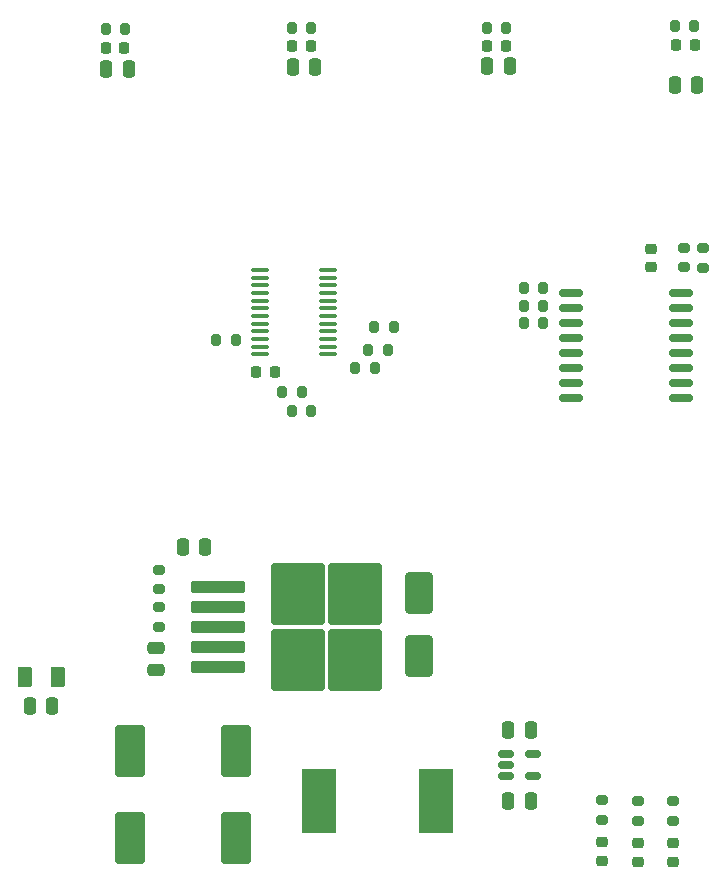
<source format=gtp>
G04 #@! TF.GenerationSoftware,KiCad,Pcbnew,8.0.3-8.0.3-0~ubuntu20.04.1*
G04 #@! TF.CreationDate,2025-01-28T05:51:00-03:00*
G04 #@! TF.ProjectId,syringe_pump,73797269-6e67-4655-9f70-756d702e6b69,rev?*
G04 #@! TF.SameCoordinates,Original*
G04 #@! TF.FileFunction,Paste,Top*
G04 #@! TF.FilePolarity,Positive*
%FSLAX46Y46*%
G04 Gerber Fmt 4.6, Leading zero omitted, Abs format (unit mm)*
G04 Created by KiCad (PCBNEW 8.0.3-8.0.3-0~ubuntu20.04.1) date 2025-01-28 05:51:00*
%MOMM*%
%LPD*%
G01*
G04 APERTURE LIST*
G04 Aperture macros list*
%AMRoundRect*
0 Rectangle with rounded corners*
0 $1 Rounding radius*
0 $2 $3 $4 $5 $6 $7 $8 $9 X,Y pos of 4 corners*
0 Add a 4 corners polygon primitive as box body*
4,1,4,$2,$3,$4,$5,$6,$7,$8,$9,$2,$3,0*
0 Add four circle primitives for the rounded corners*
1,1,$1+$1,$2,$3*
1,1,$1+$1,$4,$5*
1,1,$1+$1,$6,$7*
1,1,$1+$1,$8,$9*
0 Add four rect primitives between the rounded corners*
20,1,$1+$1,$2,$3,$4,$5,0*
20,1,$1+$1,$4,$5,$6,$7,0*
20,1,$1+$1,$6,$7,$8,$9,0*
20,1,$1+$1,$8,$9,$2,$3,0*%
G04 Aperture macros list end*
%ADD10RoundRect,0.200000X-0.275000X0.200000X-0.275000X-0.200000X0.275000X-0.200000X0.275000X0.200000X0*%
%ADD11RoundRect,0.250000X0.475000X-0.250000X0.475000X0.250000X-0.475000X0.250000X-0.475000X-0.250000X0*%
%ADD12RoundRect,0.225000X0.250000X-0.225000X0.250000X0.225000X-0.250000X0.225000X-0.250000X-0.225000X0*%
%ADD13RoundRect,0.200000X0.200000X0.275000X-0.200000X0.275000X-0.200000X-0.275000X0.200000X-0.275000X0*%
%ADD14RoundRect,0.200000X-0.200000X-0.275000X0.200000X-0.275000X0.200000X0.275000X-0.200000X0.275000X0*%
%ADD15RoundRect,0.225000X0.225000X0.250000X-0.225000X0.250000X-0.225000X-0.250000X0.225000X-0.250000X0*%
%ADD16RoundRect,0.250000X-0.250000X-0.475000X0.250000X-0.475000X0.250000X0.475000X-0.250000X0.475000X0*%
%ADD17RoundRect,0.250000X0.250000X0.475000X-0.250000X0.475000X-0.250000X-0.475000X0.250000X-0.475000X0*%
%ADD18RoundRect,0.250000X-2.050000X-0.300000X2.050000X-0.300000X2.050000X0.300000X-2.050000X0.300000X0*%
%ADD19RoundRect,0.250000X-2.025000X-2.375000X2.025000X-2.375000X2.025000X2.375000X-2.025000X2.375000X0*%
%ADD20RoundRect,0.218750X0.256250X-0.218750X0.256250X0.218750X-0.256250X0.218750X-0.256250X-0.218750X0*%
%ADD21RoundRect,0.150000X-0.512500X-0.150000X0.512500X-0.150000X0.512500X0.150000X-0.512500X0.150000X0*%
%ADD22RoundRect,0.250000X1.000000X-1.950000X1.000000X1.950000X-1.000000X1.950000X-1.000000X-1.950000X0*%
%ADD23R,2.900000X5.400000*%
%ADD24RoundRect,0.150000X-0.875000X-0.150000X0.875000X-0.150000X0.875000X0.150000X-0.875000X0.150000X0*%
%ADD25RoundRect,0.250000X-0.900000X1.500000X-0.900000X-1.500000X0.900000X-1.500000X0.900000X1.500000X0*%
%ADD26RoundRect,0.225000X-0.225000X-0.250000X0.225000X-0.250000X0.225000X0.250000X-0.225000X0.250000X0*%
%ADD27RoundRect,0.100000X0.637500X0.100000X-0.637500X0.100000X-0.637500X-0.100000X0.637500X-0.100000X0*%
%ADD28RoundRect,0.250000X-0.375000X-0.625000X0.375000X-0.625000X0.375000X0.625000X-0.375000X0.625000X0*%
G04 APERTURE END LIST*
D10*
X104000000Y-143562500D03*
X104000000Y-145212500D03*
D11*
X63225000Y-132475000D03*
X63225000Y-130575000D03*
D12*
X105162948Y-98360000D03*
X105162948Y-96810000D03*
D13*
X108775000Y-77950000D03*
X107125000Y-77950000D03*
D10*
X107932948Y-96690000D03*
X107932948Y-98340000D03*
D14*
X94350000Y-103095000D03*
X96000000Y-103095000D03*
D15*
X60550000Y-79750000D03*
X59000000Y-79750000D03*
D16*
X93050000Y-143500000D03*
X94950000Y-143500000D03*
D17*
X76700000Y-81400000D03*
X74800000Y-81400000D03*
D18*
X68500000Y-125400000D03*
X68500000Y-127100000D03*
X68500000Y-128800000D03*
D19*
X75225000Y-126025000D03*
X75225000Y-131575000D03*
X80075000Y-126025000D03*
X80075000Y-131575000D03*
D18*
X68500000Y-130500000D03*
X68500000Y-132200000D03*
D17*
X54450000Y-135500000D03*
X52550000Y-135500000D03*
D10*
X109542948Y-96730000D03*
X109542948Y-98380000D03*
D20*
X101000000Y-148625000D03*
X101000000Y-147050000D03*
D10*
X63500000Y-123975000D03*
X63500000Y-125625000D03*
D21*
X92862500Y-139550000D03*
X92862500Y-140500000D03*
X92862500Y-141450000D03*
X95137500Y-141450000D03*
X95137500Y-139550000D03*
D22*
X61000000Y-146700000D03*
X61000000Y-139300000D03*
D14*
X94350000Y-100095000D03*
X96000000Y-100095000D03*
D13*
X69950000Y-104475000D03*
X68300000Y-104475000D03*
D17*
X93150000Y-81350000D03*
X91250000Y-81350000D03*
D14*
X94350000Y-101595000D03*
X96000000Y-101595000D03*
X81700000Y-103400000D03*
X83350000Y-103400000D03*
D23*
X86950000Y-143500000D03*
X77050000Y-143500000D03*
D15*
X76325000Y-79600000D03*
X74775000Y-79600000D03*
D17*
X109050000Y-82900000D03*
X107150000Y-82900000D03*
D13*
X81750000Y-106875000D03*
X80100000Y-106875000D03*
X60600000Y-78200000D03*
X58950000Y-78200000D03*
D24*
X98350000Y-100555000D03*
X98350000Y-101825000D03*
X98350000Y-103095000D03*
X98350000Y-104365000D03*
X98350000Y-105635000D03*
X98350000Y-106905000D03*
X98350000Y-108175000D03*
X98350000Y-109445000D03*
X107650000Y-109445000D03*
X107650000Y-108175000D03*
X107650000Y-106905000D03*
X107650000Y-105635000D03*
X107650000Y-104365000D03*
X107650000Y-103095000D03*
X107650000Y-101825000D03*
X107650000Y-100555000D03*
D10*
X63500000Y-127125000D03*
X63500000Y-128775000D03*
D25*
X85500000Y-125900000D03*
X85500000Y-131300000D03*
D14*
X73925000Y-108900000D03*
X75575000Y-108900000D03*
X81175000Y-105325000D03*
X82825000Y-105325000D03*
D10*
X101000000Y-143492500D03*
X101000000Y-145142500D03*
D26*
X71725000Y-107200000D03*
X73275000Y-107200000D03*
D22*
X70000000Y-146700000D03*
X70000000Y-139300000D03*
D16*
X65500000Y-122000000D03*
X67400000Y-122000000D03*
D27*
X77750000Y-105725000D03*
X77750000Y-105075000D03*
X77750000Y-104425000D03*
X77750000Y-103775000D03*
X77750000Y-103125000D03*
X77750000Y-102475000D03*
X77750000Y-101825000D03*
X77750000Y-101175000D03*
X77750000Y-100525000D03*
X77750000Y-99875000D03*
X77750000Y-99225000D03*
X77750000Y-98575000D03*
X72025000Y-98575000D03*
X72025000Y-99225000D03*
X72025000Y-99875000D03*
X72025000Y-100525000D03*
X72025000Y-101175000D03*
X72025000Y-101825000D03*
X72025000Y-102475000D03*
X72025000Y-103125000D03*
X72025000Y-103775000D03*
X72025000Y-104425000D03*
X72025000Y-105075000D03*
X72025000Y-105725000D03*
D20*
X104000000Y-148675000D03*
X104000000Y-147100000D03*
D15*
X92825000Y-79600000D03*
X91275000Y-79600000D03*
D17*
X94950000Y-137500000D03*
X93050000Y-137500000D03*
D14*
X74725000Y-110550000D03*
X76375000Y-110550000D03*
D17*
X60900000Y-81600000D03*
X59000000Y-81600000D03*
D28*
X52100000Y-133000000D03*
X54900000Y-133000000D03*
D15*
X108825000Y-79500000D03*
X107275000Y-79500000D03*
D13*
X92875000Y-78050000D03*
X91225000Y-78050000D03*
D20*
X107000000Y-148675000D03*
X107000000Y-147100000D03*
D13*
X76375000Y-78050000D03*
X74725000Y-78050000D03*
D10*
X107000000Y-143562500D03*
X107000000Y-145212500D03*
M02*

</source>
